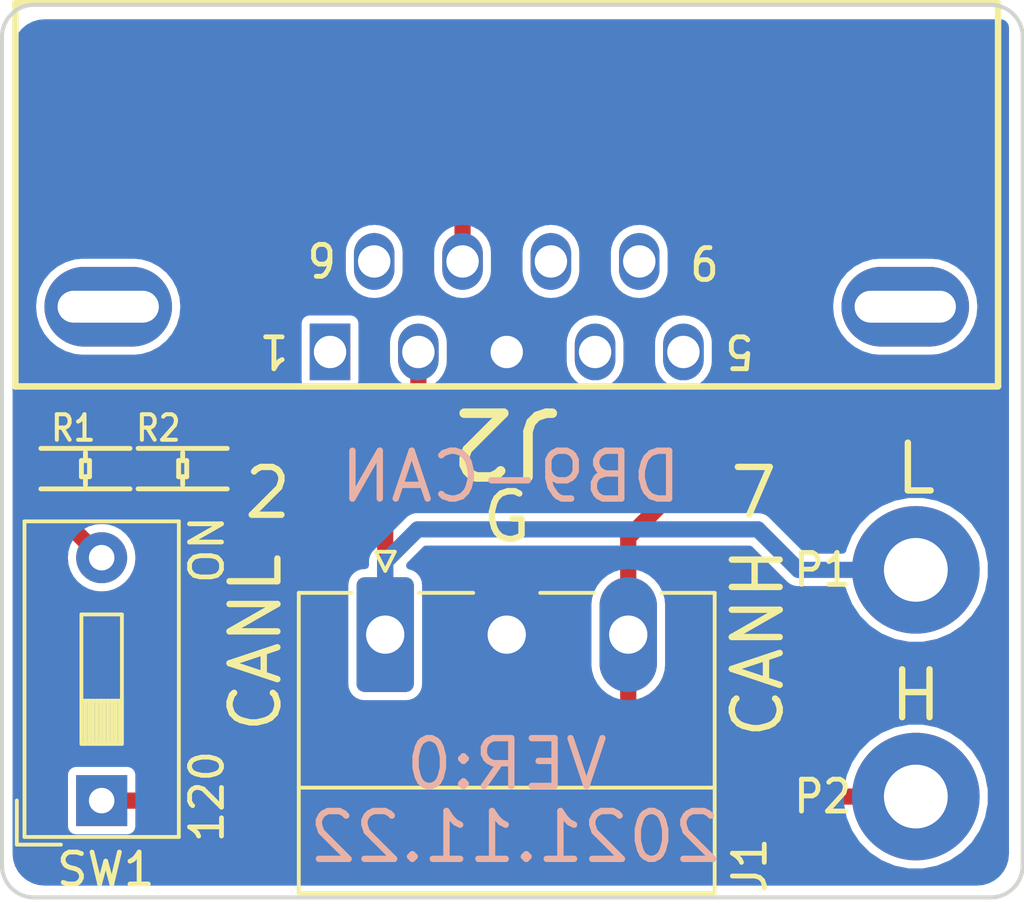
<source format=kicad_pcb>
(kicad_pcb (version 20171130) (host pcbnew "(5.1.4)-1")

  (general
    (thickness 1.6)
    (drawings 20)
    (tracks 28)
    (zones 0)
    (modules 7)
    (nets 6)
  )

  (page A4)
  (layers
    (0 F.Cu signal)
    (31 B.Cu signal)
    (32 B.Adhes user)
    (33 F.Adhes user)
    (34 B.Paste user)
    (35 F.Paste user)
    (36 B.SilkS user)
    (37 F.SilkS user)
    (38 B.Mask user)
    (39 F.Mask user)
    (40 Dwgs.User user)
    (41 Cmts.User user)
    (42 Eco1.User user)
    (43 Eco2.User user)
    (44 Edge.Cuts user)
    (45 Margin user)
    (46 B.CrtYd user)
    (47 F.CrtYd user)
    (48 B.Fab user hide)
    (49 F.Fab user hide)
  )

  (setup
    (last_trace_width 0.508)
    (trace_clearance 0.2032)
    (zone_clearance 0.254)
    (zone_45_only yes)
    (trace_min 0.2)
    (via_size 0.635)
    (via_drill 0.3048)
    (via_min_size 0.4)
    (via_min_drill 0.3)
    (uvia_size 0.3)
    (uvia_drill 0.1)
    (uvias_allowed no)
    (uvia_min_size 0.2)
    (uvia_min_drill 0.1)
    (edge_width 0.05)
    (segment_width 0.2)
    (pcb_text_width 0.3)
    (pcb_text_size 1.5 1.5)
    (mod_edge_width 0.12)
    (mod_text_size 1 1)
    (mod_text_width 0.15)
    (pad_size 1.524 1.524)
    (pad_drill 0.762)
    (pad_to_mask_clearance 0.051)
    (solder_mask_min_width 0.25)
    (aux_axis_origin 0 0)
    (visible_elements 7FFFFFFF)
    (pcbplotparams
      (layerselection 0x010fc_ffffffff)
      (usegerberextensions true)
      (usegerberattributes false)
      (usegerberadvancedattributes false)
      (creategerberjobfile false)
      (excludeedgelayer true)
      (linewidth 0.100000)
      (plotframeref false)
      (viasonmask false)
      (mode 1)
      (useauxorigin false)
      (hpglpennumber 1)
      (hpglpenspeed 20)
      (hpglpendiameter 15.000000)
      (psnegative false)
      (psa4output false)
      (plotreference true)
      (plotvalue true)
      (plotinvisibletext false)
      (padsonsilk false)
      (subtractmaskfromsilk false)
      (outputformat 1)
      (mirror false)
      (drillshape 0)
      (scaleselection 1)
      (outputdirectory "F:/STM32/CAN-DB9/CAN-DB9/Gerber/"))
  )

  (net 0 "")
  (net 1 CANH)
  (net 2 GND)
  (net 3 CANL)
  (net 4 "Net-(R1-Pad2)")
  (net 5 "Net-(R1-Pad1)")

  (net_class Default 这是默认网络类。
    (clearance 0.2032)
    (trace_width 0.508)
    (via_dia 0.635)
    (via_drill 0.3048)
    (uvia_dia 0.3)
    (uvia_drill 0.1)
    (add_net CANH)
    (add_net CANL)
    (add_net GND)
    (add_net "Net-(R1-Pad1)")
    (add_net "Net-(R1-Pad2)")
  )

  (module Lingshi:DB9P-MR_DMR-9S-1 (layer F.Cu) (tedit 61AEAD36) (tstamp 619BED42)
    (at 115.824 69.469 180)
    (descr H12.55/20169879_DMR-9S)
    (path /619A4235)
    (fp_text reference J2 (at 0 -4.25 180 unlocked) (layer F.SilkS)
      (effects (font (size 2 2) (thickness 0.3)))
    )
    (fp_text value DB9_Female_MountingHoles (at 0 4 180 unlocked) (layer F.Fab) hide
      (effects (font (size 1 0.9) (thickness 0.1524)))
    )
    (fp_line (start 15.405 9.52) (end 15.405 -2.5) (layer F.SilkS) (width 0.2032))
    (fp_line (start -15.405 -2.5) (end 15.405 -2.5) (layer F.SilkS) (width 0.2032))
    (fp_line (start -15.405 9.52) (end -15.405 -2.48) (layer F.SilkS) (width 0.2032))
    (fp_line (start -15.405 9.52) (end 15.405 9.52) (layer F.SilkS) (width 0.2032))
    (fp_text user 1 (at 7.3 -1.4 180 unlocked) (layer F.SilkS)
      (effects (font (size 1 0.9) (thickness 0.1524)))
    )
    (fp_text user 5 (at -7.3 -1.4 180 unlocked) (layer F.SilkS)
      (effects (font (size 1 0.9) (thickness 0.1524)))
    )
    (fp_text user 9 (at -6.2 1.4 180 unlocked) (layer F.SilkS)
      (effects (font (size 1 0.9) (thickness 0.1524)))
    )
    (fp_text user 6 (at 5.8 1.5 180 unlocked) (layer F.SilkS)
      (effects (font (size 1 0.9) (thickness 0.1524)))
    )
    (pad 1 thru_hole rect (at 5.54 -1.42 270) (size 1.778 1.27) (drill 1.016) (layers *.Cu *.Mask))
    (pad 6 thru_hole oval (at 4.155 1.42 270) (size 1.778 1.27) (drill 1.016) (layers *.Cu *.Mask))
    (pad 10 thru_hole oval (at 12.495 0 180) (size 4 2.5) (drill oval 3.175 1) (layers *.Cu *.Mask))
    (pad 11 thru_hole oval (at -12.495 0 180) (size 4 2.5) (drill oval 3.175 1) (layers *.Cu *.Mask))
    (pad 2 thru_hole oval (at 2.77 -1.42 270) (size 1.778 1.27) (drill 1.016) (layers *.Cu *.Mask)
      (net 3 CANL))
    (pad 3 thru_hole oval (at 0 -1.42 270) (size 1.778 1.27) (drill 1.016) (layers *.Cu *.Mask)
      (net 2 GND))
    (pad 4 thru_hole oval (at -2.77 -1.42 270) (size 1.778 1.27) (drill 1.016) (layers *.Cu *.Mask))
    (pad 5 thru_hole oval (at -5.54 -1.42 270) (size 1.778 1.27) (drill 1.016) (layers *.Cu *.Mask))
    (pad 7 thru_hole oval (at 1.385 1.42 270) (size 1.778 1.27) (drill 1.016) (layers *.Cu *.Mask)
      (net 1 CANH))
    (pad 8 thru_hole oval (at -1.385 1.42 270) (size 1.778 1.27) (drill 1.016) (layers *.Cu *.Mask))
    (pad 9 thru_hole oval (at -4.155 1.42 270) (size 1.778 1.27) (drill 1.016) (layers *.Cu *.Mask))
  )

  (module Button_Switch_THT:SW_DIP_SPSTx01_Slide_9.78x4.72mm_W7.62mm_P2.54mm (layer F.Cu) (tedit 5A4E1404) (tstamp 619BED9F)
    (at 103.124 84.963 90)
    (descr "1x-dip-switch SPST , Slide, row spacing 7.62 mm (300 mils), body size 9.78x4.72mm (see e.g. https://www.ctscorp.com/wp-content/uploads/206-208.pdf)")
    (tags "DIP Switch SPST Slide 7.62mm 300mil")
    (path /619BCBF9)
    (fp_text reference SW1 (at -2.159 0.127) (layer F.SilkS)
      (effects (font (size 1 1) (thickness 0.15)))
    )
    (fp_text value SW_DIP_x01 (at 3.81 3.42 90) (layer F.Fab)
      (effects (font (size 1 1) (thickness 0.15)))
    )
    (fp_text user on (at 5.365 -1.4975 90) (layer F.Fab)
      (effects (font (size 0.6 0.6) (thickness 0.09)))
    )
    (fp_text user %R (at 7.27 0) (layer F.Fab)
      (effects (font (size 0.6 0.6) (thickness 0.09)))
    )
    (fp_line (start 8.95 -2.7) (end -1.35 -2.7) (layer F.CrtYd) (width 0.05))
    (fp_line (start 8.95 2.7) (end 8.95 -2.7) (layer F.CrtYd) (width 0.05))
    (fp_line (start -1.35 2.7) (end 8.95 2.7) (layer F.CrtYd) (width 0.05))
    (fp_line (start -1.35 -2.7) (end -1.35 2.7) (layer F.CrtYd) (width 0.05))
    (fp_line (start 3.133333 -0.635) (end 3.133333 0.635) (layer F.SilkS) (width 0.12))
    (fp_line (start 1.78 0.565) (end 3.133333 0.565) (layer F.SilkS) (width 0.12))
    (fp_line (start 1.78 0.445) (end 3.133333 0.445) (layer F.SilkS) (width 0.12))
    (fp_line (start 1.78 0.325) (end 3.133333 0.325) (layer F.SilkS) (width 0.12))
    (fp_line (start 1.78 0.205) (end 3.133333 0.205) (layer F.SilkS) (width 0.12))
    (fp_line (start 1.78 0.085) (end 3.133333 0.085) (layer F.SilkS) (width 0.12))
    (fp_line (start 1.78 -0.035) (end 3.133333 -0.035) (layer F.SilkS) (width 0.12))
    (fp_line (start 1.78 -0.155) (end 3.133333 -0.155) (layer F.SilkS) (width 0.12))
    (fp_line (start 1.78 -0.275) (end 3.133333 -0.275) (layer F.SilkS) (width 0.12))
    (fp_line (start 1.78 -0.395) (end 3.133333 -0.395) (layer F.SilkS) (width 0.12))
    (fp_line (start 1.78 -0.515) (end 3.133333 -0.515) (layer F.SilkS) (width 0.12))
    (fp_line (start 5.84 -0.635) (end 1.78 -0.635) (layer F.SilkS) (width 0.12))
    (fp_line (start 5.84 0.635) (end 5.84 -0.635) (layer F.SilkS) (width 0.12))
    (fp_line (start 1.78 0.635) (end 5.84 0.635) (layer F.SilkS) (width 0.12))
    (fp_line (start 1.78 -0.635) (end 1.78 0.635) (layer F.SilkS) (width 0.12))
    (fp_line (start -1.38 -2.66) (end -1.38 -1.277) (layer F.SilkS) (width 0.12))
    (fp_line (start -1.38 -2.66) (end 0.004 -2.66) (layer F.SilkS) (width 0.12))
    (fp_line (start 8.76 -2.42) (end 8.76 2.42) (layer F.SilkS) (width 0.12))
    (fp_line (start -1.14 -2.42) (end -1.14 2.42) (layer F.SilkS) (width 0.12))
    (fp_line (start -1.14 2.42) (end 8.76 2.42) (layer F.SilkS) (width 0.12))
    (fp_line (start -1.14 -2.42) (end 8.76 -2.42) (layer F.SilkS) (width 0.12))
    (fp_line (start 3.133333 -0.635) (end 3.133333 0.635) (layer F.Fab) (width 0.1))
    (fp_line (start 1.78 0.565) (end 3.133333 0.565) (layer F.Fab) (width 0.1))
    (fp_line (start 1.78 0.465) (end 3.133333 0.465) (layer F.Fab) (width 0.1))
    (fp_line (start 1.78 0.365) (end 3.133333 0.365) (layer F.Fab) (width 0.1))
    (fp_line (start 1.78 0.265) (end 3.133333 0.265) (layer F.Fab) (width 0.1))
    (fp_line (start 1.78 0.165) (end 3.133333 0.165) (layer F.Fab) (width 0.1))
    (fp_line (start 1.78 0.065) (end 3.133333 0.065) (layer F.Fab) (width 0.1))
    (fp_line (start 1.78 -0.035) (end 3.133333 -0.035) (layer F.Fab) (width 0.1))
    (fp_line (start 1.78 -0.135) (end 3.133333 -0.135) (layer F.Fab) (width 0.1))
    (fp_line (start 1.78 -0.235) (end 3.133333 -0.235) (layer F.Fab) (width 0.1))
    (fp_line (start 1.78 -0.335) (end 3.133333 -0.335) (layer F.Fab) (width 0.1))
    (fp_line (start 1.78 -0.435) (end 3.133333 -0.435) (layer F.Fab) (width 0.1))
    (fp_line (start 1.78 -0.535) (end 3.133333 -0.535) (layer F.Fab) (width 0.1))
    (fp_line (start 5.84 -0.635) (end 1.78 -0.635) (layer F.Fab) (width 0.1))
    (fp_line (start 5.84 0.635) (end 5.84 -0.635) (layer F.Fab) (width 0.1))
    (fp_line (start 1.78 0.635) (end 5.84 0.635) (layer F.Fab) (width 0.1))
    (fp_line (start 1.78 -0.635) (end 1.78 0.635) (layer F.Fab) (width 0.1))
    (fp_line (start -1.08 -1.36) (end -0.08 -2.36) (layer F.Fab) (width 0.1))
    (fp_line (start -1.08 2.36) (end -1.08 -1.36) (layer F.Fab) (width 0.1))
    (fp_line (start 8.7 2.36) (end -1.08 2.36) (layer F.Fab) (width 0.1))
    (fp_line (start 8.7 -2.36) (end 8.7 2.36) (layer F.Fab) (width 0.1))
    (fp_line (start -0.08 -2.36) (end 8.7 -2.36) (layer F.Fab) (width 0.1))
    (pad 2 thru_hole oval (at 7.62 0 90) (size 1.6 1.6) (drill 0.8) (layers *.Cu *.Mask)
      (net 5 "Net-(R1-Pad1)"))
    (pad 1 thru_hole rect (at 0 0 90) (size 1.6 1.6) (drill 0.8) (layers *.Cu *.Mask)
      (net 1 CANH))
    (model ${KISYS3DMOD}/Button_Switch_THT.3dshapes/SW_DIP_SPSTx01_Slide_9.78x4.72mm_W7.62mm_P2.54mm.wrl
      (at (xyz 0 0 0))
      (scale (xyz 1 1 1))
      (rotate (xyz 0 0 90))
    )
  )

  (module vtlib:SR0603 (layer F.Cu) (tedit 60962748) (tstamp 619BED68)
    (at 105.664 74.549)
    (path /619BC3A1)
    (attr smd)
    (fp_text reference R2 (at -0.762 -1.27 unlocked) (layer F.SilkS)
      (effects (font (size 0.8 0.7) (thickness 0.127)))
    )
    (fp_text value 13199827,62Ω,1%,0603-Car (at 0 -1.5 unlocked) (layer F.Fab) hide
      (effects (font (size 0.8 0.7) (thickness 0.127)))
    )
    (fp_line (start 0 -0.254) (end 0 -0.508) (layer F.SilkS) (width 0.1524))
    (fp_line (start -1.397 0.635) (end 1.397 0.635) (layer F.SilkS) (width 0.1524))
    (fp_line (start -0.127 -0.254) (end 0.127 -0.254) (layer F.SilkS) (width 0.1524))
    (fp_line (start 0.127 0.254) (end 0.127 -0.254) (layer F.SilkS) (width 0.1524))
    (fp_line (start -0.127 0.254) (end -0.127 -0.254) (layer F.SilkS) (width 0.1524))
    (fp_line (start -0.127 0.254) (end 0.127 0.254) (layer F.SilkS) (width 0.1524))
    (fp_line (start -1.397 -0.635) (end 1.397 -0.635) (layer F.SilkS) (width 0.1524))
    (fp_line (start 0 0.508) (end 0 0.254) (layer F.SilkS) (width 0.1524))
    (pad 2 smd rect (at 0.762 0 90) (size 0.8128 0.762) (layers F.Cu F.Paste F.Mask)
      (net 3 CANL))
    (pad 1 smd rect (at -0.762 0 90) (size 0.8128 0.762) (layers F.Cu F.Paste F.Mask)
      (net 4 "Net-(R1-Pad2)"))
    (model ${KISYS3DMOD}/Capacitor_SMD.3dshapes/C_0603_1608Metric.wrl
      (at (xyz 0 0 0))
      (scale (xyz 1 1 1))
      (rotate (xyz 0 0 0))
    )
  )

  (module vtlib:SR0603 (layer F.Cu) (tedit 60962748) (tstamp 619BF1EA)
    (at 102.616 74.549)
    (path /619BAFA2)
    (attr smd)
    (fp_text reference R1 (at -0.381 -1.27 unlocked) (layer F.SilkS)
      (effects (font (size 0.8 0.7) (thickness 0.127)))
    )
    (fp_text value 13199827,62Ω,1%,0603-Car (at 0 -1.5 unlocked) (layer F.Fab) hide
      (effects (font (size 0.8 0.7) (thickness 0.127)))
    )
    (fp_line (start 0 -0.254) (end 0 -0.508) (layer F.SilkS) (width 0.1524))
    (fp_line (start -1.397 0.635) (end 1.397 0.635) (layer F.SilkS) (width 0.1524))
    (fp_line (start -0.127 -0.254) (end 0.127 -0.254) (layer F.SilkS) (width 0.1524))
    (fp_line (start 0.127 0.254) (end 0.127 -0.254) (layer F.SilkS) (width 0.1524))
    (fp_line (start -0.127 0.254) (end -0.127 -0.254) (layer F.SilkS) (width 0.1524))
    (fp_line (start -0.127 0.254) (end 0.127 0.254) (layer F.SilkS) (width 0.1524))
    (fp_line (start -1.397 -0.635) (end 1.397 -0.635) (layer F.SilkS) (width 0.1524))
    (fp_line (start 0 0.508) (end 0 0.254) (layer F.SilkS) (width 0.1524))
    (pad 2 smd rect (at 0.762 0 90) (size 0.8128 0.762) (layers F.Cu F.Paste F.Mask)
      (net 4 "Net-(R1-Pad2)"))
    (pad 1 smd rect (at -0.762 0 90) (size 0.8128 0.762) (layers F.Cu F.Paste F.Mask)
      (net 5 "Net-(R1-Pad1)"))
    (model ${KISYS3DMOD}/Capacitor_SMD.3dshapes/C_0603_1608Metric.wrl
      (at (xyz 0 0 0))
      (scale (xyz 1 1 1))
      (rotate (xyz 0 0 0))
    )
  )

  (module Lingshi:HOLE2-4 (layer F.Cu) (tedit 619B7301) (tstamp 619BED4C)
    (at 128.651 84.836)
    (path /619B8456)
    (fp_text reference P2 (at -2.921 0 unlocked) (layer F.SilkS)
      (effects (font (size 1 0.9) (thickness 0.1524)))
    )
    (fp_text value P (at 0 -4.953 unlocked) (layer F.Fab) hide
      (effects (font (size 1 0.9) (thickness 0.1524)))
    )
    (pad 1 thru_hole circle (at 0 0) (size 4 4) (drill 2) (layers *.Cu *.Mask)
      (net 1 CANH))
  )

  (module Lingshi:HOLE2-4 (layer F.Cu) (tedit 619B7301) (tstamp 619BED47)
    (at 128.651 77.724)
    (path /619B75A1)
    (fp_text reference P1 (at -2.921 0 unlocked) (layer F.SilkS)
      (effects (font (size 1 0.9) (thickness 0.1524)))
    )
    (fp_text value P (at 0 -4.953 unlocked) (layer F.Fab) hide
      (effects (font (size 1 0.9) (thickness 0.1524)))
    )
    (pad 1 thru_hole circle (at 0 0) (size 4 4) (drill 2) (layers *.Cu *.Mask)
      (net 3 CANL))
  )

  (module Connector_Phoenix_MC:PhoenixContact_MC_1,5_3-G-3.81_1x03_P3.81mm_Horizontal (layer F.Cu) (tedit 5B784ED1) (tstamp 619BED2A)
    (at 112.014 79.756)
    (descr "Generic Phoenix Contact connector footprint for: MC_1,5/3-G-3.81; number of pins: 03; pin pitch: 3.81mm; Angled || order number: 1803280 8A 160V")
    (tags "phoenix_contact connector MC_01x03_G_3.81mm")
    (path /619A8CBE)
    (fp_text reference J1 (at 11.43 7.239 90) (layer F.SilkS)
      (effects (font (size 1 1) (thickness 0.15)))
    )
    (fp_text value Conn_01x03 (at 3.81 9.2) (layer F.Fab)
      (effects (font (size 1 1) (thickness 0.15)))
    )
    (fp_text user %R (at 3.81 -0.5) (layer F.Fab)
      (effects (font (size 1 1) (thickness 0.15)))
    )
    (fp_line (start 0 0) (end -0.8 -1.2) (layer F.Fab) (width 0.1))
    (fp_line (start 0.8 -1.2) (end 0 0) (layer F.Fab) (width 0.1))
    (fp_line (start -0.3 -2.6) (end 0.3 -2.6) (layer F.SilkS) (width 0.12))
    (fp_line (start 0 -2) (end -0.3 -2.6) (layer F.SilkS) (width 0.12))
    (fp_line (start 0.3 -2.6) (end 0 -2) (layer F.SilkS) (width 0.12))
    (fp_line (start 10.72 -2.3) (end -3.21 -2.3) (layer F.CrtYd) (width 0.05))
    (fp_line (start 10.72 8.5) (end 10.72 -2.3) (layer F.CrtYd) (width 0.05))
    (fp_line (start -3.21 8.5) (end 10.72 8.5) (layer F.CrtYd) (width 0.05))
    (fp_line (start -3.21 -2.3) (end -3.21 8.5) (layer F.CrtYd) (width 0.05))
    (fp_line (start -2.71 4.8) (end 10.33 4.8) (layer F.SilkS) (width 0.12))
    (fp_line (start 10.22 -1.2) (end -2.6 -1.2) (layer F.Fab) (width 0.1))
    (fp_line (start 10.22 8) (end 10.22 -1.2) (layer F.Fab) (width 0.1))
    (fp_line (start -2.6 8) (end 10.22 8) (layer F.Fab) (width 0.1))
    (fp_line (start -2.6 -1.2) (end -2.6 8) (layer F.Fab) (width 0.1))
    (fp_line (start 4.86 -1.31) (end 6.57 -1.31) (layer F.SilkS) (width 0.12))
    (fp_line (start 1.05 -1.31) (end 2.76 -1.31) (layer F.SilkS) (width 0.12))
    (fp_line (start 10.33 -1.31) (end 8.67 -1.31) (layer F.SilkS) (width 0.12))
    (fp_line (start -2.71 -1.31) (end -1.05 -1.31) (layer F.SilkS) (width 0.12))
    (fp_line (start 10.33 8.11) (end 10.33 -1.31) (layer F.SilkS) (width 0.12))
    (fp_line (start -2.71 8.11) (end 10.33 8.11) (layer F.SilkS) (width 0.12))
    (fp_line (start -2.71 -1.31) (end -2.71 8.11) (layer F.SilkS) (width 0.12))
    (pad 3 thru_hole oval (at 7.62 0) (size 1.8 3.6) (drill 1.2) (layers *.Cu *.Mask)
      (net 1 CANH))
    (pad 2 thru_hole oval (at 3.81 0) (size 1.8 3.6) (drill 1.2) (layers *.Cu *.Mask)
      (net 2 GND))
    (pad 1 thru_hole roundrect (at 0 0) (size 1.8 3.6) (drill 1.2) (layers *.Cu *.Mask) (roundrect_rratio 0.138889)
      (net 3 CANL))
    (model ${KISYS3DMOD}/Connector_Phoenix_MC.3dshapes/PhoenixContact_MC_1,5_3-G-3.81_1x03_P3.81mm_Horizontal.wrl
      (at (xyz 0 0 0))
      (scale (xyz 1 1 1))
      (rotate (xyz 0 0 0))
    )
  )

  (gr_text 2021.11.22 (at 116.078 86.106) (layer B.SilkS) (tstamp 619B91C9)
    (effects (font (size 1.5 1.5) (thickness 0.2)) (justify mirror))
  )
  (gr_text VER:0 (at 115.824 83.82) (layer B.SilkS) (tstamp 619B91B4)
    (effects (font (size 1.5 1.5) (thickness 0.2)) (justify mirror))
  )
  (gr_text DB9-CAN (at 115.951 74.803) (layer B.SilkS)
    (effects (font (size 1.5 1.5) (thickness 0.2)) (justify mirror))
  )
  (gr_text H (at 128.651 81.661) (layer F.SilkS) (tstamp 619B90EC)
    (effects (font (size 1.5 1.5) (thickness 0.2)))
  )
  (gr_text L (at 128.651 74.549) (layer F.SilkS) (tstamp 619B90E2)
    (effects (font (size 1.5 1.5) (thickness 0.2)))
  )
  (gr_text 7 (at 123.571 75.311) (layer F.SilkS) (tstamp 619B90D4)
    (effects (font (size 1.5 1.5) (thickness 0.2)))
  )
  (gr_text 2 (at 108.331 75.311) (layer F.SilkS) (tstamp 619B90C8)
    (effects (font (size 1.5 1.5) (thickness 0.2)))
  )
  (gr_text G (at 115.824 76.073) (layer F.SilkS) (tstamp 619B90BE)
    (effects (font (size 1.5 1.5) (thickness 0.2)))
  )
  (gr_text "120\n" (at 106.426 84.836 90) (layer F.SilkS) (tstamp 619B90B5)
    (effects (font (size 1 1) (thickness 0.15)))
  )
  (gr_text ON (at 106.426 77.089 90) (layer F.SilkS) (tstamp 619B90AE)
    (effects (font (size 1 1) (thickness 0.15)))
  )
  (gr_text CANH (at 123.698 80.01 90) (layer F.SilkS) (tstamp 619B90A5)
    (effects (font (size 1.5 1.5) (thickness 0.2)))
  )
  (gr_text CANL (at 107.95 80.01 90) (layer F.SilkS)
    (effects (font (size 1.5 1.5) (thickness 0.2)))
  )
  (gr_arc (start 131 61) (end 132 61) (angle -90) (layer Edge.Cuts) (width 0.127) (tstamp 619B8E6C))
  (gr_arc (start 131 87) (end 131 88) (angle -90) (layer Edge.Cuts) (width 0.127) (tstamp 619B8E68))
  (gr_arc (start 101 87) (end 100 87) (angle -90) (layer Edge.Cuts) (width 0.127) (tstamp 619B8E64))
  (gr_line (start 132 87) (end 132 61) (layer Edge.Cuts) (width 0.127) (tstamp 619B8E4F))
  (gr_line (start 100 87) (end 100 61) (layer Edge.Cuts) (width 0.127) (tstamp 619B8E34))
  (gr_line (start 101 88) (end 131 88) (layer Edge.Cuts) (width 0.127) (tstamp 619B8E1C))
  (gr_arc (start 101 61) (end 101 60) (angle -90) (layer Edge.Cuts) (width 0.127))
  (gr_line (start 101 60) (end 131 60) (layer Edge.Cuts) (width 0.127))

  (segment (start 103.124 84.963) (end 118.618 84.963) (width 0.508) (layer F.Cu) (net 1))
  (segment (start 119.634 83.947) (end 119.634 79.756) (width 0.508) (layer F.Cu) (net 1))
  (segment (start 118.618 84.963) (end 119.634 83.947) (width 0.508) (layer F.Cu) (net 1))
  (segment (start 122.809 83.947) (end 119.634 83.947) (width 0.508) (layer F.Cu) (net 1))
  (segment (start 128.651 84.836) (end 123.698 84.836) (width 0.508) (layer F.Cu) (net 1))
  (segment (start 123.698 84.836) (end 122.809 83.947) (width 0.508) (layer F.Cu) (net 1))
  (segment (start 119.634 76.708) (end 119.634 79.756) (width 0.508) (layer F.Cu) (net 1))
  (segment (start 123.063 73.279) (end 119.634 76.708) (width 0.508) (layer F.Cu) (net 1))
  (segment (start 123.063 67.945) (end 123.063 73.279) (width 0.508) (layer F.Cu) (net 1))
  (segment (start 114.439 68.049) (end 114.439 66.779) (width 0.508) (layer F.Cu) (net 1))
  (segment (start 114.439 66.779) (end 114.427 66.767) (width 0.508) (layer F.Cu) (net 1))
  (segment (start 114.427 66.767) (end 114.427 65.659) (width 0.508) (layer F.Cu) (net 1))
  (segment (start 114.427 65.659) (end 115.189 64.897) (width 0.508) (layer F.Cu) (net 1))
  (segment (start 115.189 64.897) (end 120.015 64.897) (width 0.508) (layer F.Cu) (net 1))
  (segment (start 120.015 64.897) (end 123.063 67.945) (width 0.508) (layer F.Cu) (net 1))
  (segment (start 113.054 73.128) (end 113.054 70.889) (width 0.508) (layer F.Cu) (net 3))
  (segment (start 106.426 74.549) (end 111.633 74.549) (width 0.508) (layer F.Cu) (net 3))
  (segment (start 111.633 74.549) (end 113.054 73.128) (width 0.508) (layer F.Cu) (net 3))
  (segment (start 112.014 74.93) (end 111.633 74.549) (width 0.508) (layer F.Cu) (net 3))
  (segment (start 112.014 79.756) (end 112.014 74.93) (width 0.508) (layer F.Cu) (net 3))
  (segment (start 112.014 77.47) (end 112.014 79.756) (width 0.508) (layer B.Cu) (net 3))
  (segment (start 113.03 76.454) (end 112.014 77.47) (width 0.508) (layer B.Cu) (net 3))
  (segment (start 123.698 76.454) (end 113.03 76.454) (width 0.508) (layer B.Cu) (net 3))
  (segment (start 128.651 77.724) (end 124.968 77.724) (width 0.508) (layer B.Cu) (net 3))
  (segment (start 124.968 77.724) (end 123.698 76.454) (width 0.508) (layer B.Cu) (net 3))
  (segment (start 103.378 74.549) (end 104.902 74.549) (width 0.508) (layer F.Cu) (net 4))
  (segment (start 103.124 77.343) (end 101.854 76.073) (width 0.508) (layer F.Cu) (net 5))
  (segment (start 101.854 76.073) (end 101.854 74.549) (width 0.508) (layer F.Cu) (net 5))

  (zone (net 2) (net_name GND) (layer B.Cu) (tstamp 619BEB9B) (hatch edge 0.508)
    (connect_pads yes (clearance 0.254))
    (min_thickness 0.254)
    (fill yes (arc_segments 32) (thermal_gap 0.508) (thermal_bridge_width 0.508) (smoothing fillet) (radius 1))
    (polygon
      (pts
        (xy 131.064 60.452) (xy 100.33 60.452) (xy 100.33 87.63) (xy 131.572 87.63) (xy 131.572 60.452)
      )
    )
    (filled_polygon
      (pts
        (xy 131.365649 60.590967) (xy 131.388834 60.606459) (xy 131.389921 60.607345) (xy 131.433323 60.659808) (xy 131.445 60.71851)
        (xy 131.445 86.623766) (xy 131.427624 86.800189) (xy 131.377978 86.96385) (xy 131.297362 87.114672) (xy 131.18887 87.24687)
        (xy 131.056672 87.355362) (xy 130.90585 87.435978) (xy 130.742189 87.485624) (xy 130.565766 87.503) (xy 101.336234 87.503)
        (xy 101.159811 87.485624) (xy 100.99615 87.435978) (xy 100.845328 87.355362) (xy 100.71313 87.24687) (xy 100.604638 87.114672)
        (xy 100.524022 86.96385) (xy 100.474376 86.800189) (xy 100.457 86.623766) (xy 100.457 84.163) (xy 101.941157 84.163)
        (xy 101.941157 85.763) (xy 101.948513 85.837689) (xy 101.970299 85.909508) (xy 102.005678 85.975696) (xy 102.053289 86.033711)
        (xy 102.111304 86.081322) (xy 102.177492 86.116701) (xy 102.249311 86.138487) (xy 102.324 86.145843) (xy 103.924 86.145843)
        (xy 103.998689 86.138487) (xy 104.070508 86.116701) (xy 104.136696 86.081322) (xy 104.194711 86.033711) (xy 104.242322 85.975696)
        (xy 104.277701 85.909508) (xy 104.299487 85.837689) (xy 104.306843 85.763) (xy 104.306843 84.601492) (xy 126.27 84.601492)
        (xy 126.27 85.070508) (xy 126.3615 85.530512) (xy 126.540985 85.963827) (xy 126.801556 86.353799) (xy 127.133201 86.685444)
        (xy 127.523173 86.946015) (xy 127.956488 87.1255) (xy 128.416492 87.217) (xy 128.885508 87.217) (xy 129.345512 87.1255)
        (xy 129.778827 86.946015) (xy 130.168799 86.685444) (xy 130.500444 86.353799) (xy 130.761015 85.963827) (xy 130.9405 85.530512)
        (xy 131.032 85.070508) (xy 131.032 84.601492) (xy 130.9405 84.141488) (xy 130.761015 83.708173) (xy 130.500444 83.318201)
        (xy 130.168799 82.986556) (xy 129.778827 82.725985) (xy 129.345512 82.5465) (xy 128.885508 82.455) (xy 128.416492 82.455)
        (xy 127.956488 82.5465) (xy 127.523173 82.725985) (xy 127.133201 82.986556) (xy 126.801556 83.318201) (xy 126.540985 83.708173)
        (xy 126.3615 84.141488) (xy 126.27 84.601492) (xy 104.306843 84.601492) (xy 104.306843 84.163) (xy 104.299487 84.088311)
        (xy 104.277701 84.016492) (xy 104.242322 83.950304) (xy 104.194711 83.892289) (xy 104.136696 83.844678) (xy 104.070508 83.809299)
        (xy 103.998689 83.787513) (xy 103.924 83.780157) (xy 102.324 83.780157) (xy 102.249311 83.787513) (xy 102.177492 83.809299)
        (xy 102.111304 83.844678) (xy 102.053289 83.892289) (xy 102.005678 83.950304) (xy 101.970299 84.016492) (xy 101.948513 84.088311)
        (xy 101.941157 84.163) (xy 100.457 84.163) (xy 100.457 77.343) (xy 101.937286 77.343) (xy 101.960088 77.574516)
        (xy 102.027619 77.797136) (xy 102.137283 78.002303) (xy 102.284866 78.182134) (xy 102.464697 78.329717) (xy 102.669864 78.439381)
        (xy 102.892484 78.506912) (xy 103.065984 78.524) (xy 103.182016 78.524) (xy 103.355516 78.506912) (xy 103.578136 78.439381)
        (xy 103.783303 78.329717) (xy 103.934053 78.206) (xy 110.731157 78.206) (xy 110.731157 81.306) (xy 110.743317 81.429462)
        (xy 110.779329 81.548179) (xy 110.83781 81.657589) (xy 110.916512 81.753488) (xy 111.012411 81.83219) (xy 111.121821 81.890671)
        (xy 111.240538 81.926683) (xy 111.364 81.938843) (xy 112.664 81.938843) (xy 112.787462 81.926683) (xy 112.906179 81.890671)
        (xy 113.015589 81.83219) (xy 113.111488 81.753488) (xy 113.19019 81.657589) (xy 113.248671 81.548179) (xy 113.284683 81.429462)
        (xy 113.296843 81.306) (xy 113.296843 78.793071) (xy 118.353 78.793071) (xy 118.353 80.71893) (xy 118.371536 80.90712)
        (xy 118.444785 81.148589) (xy 118.563735 81.371129) (xy 118.723815 81.566186) (xy 118.918872 81.726266) (xy 119.141412 81.845216)
        (xy 119.382881 81.918465) (xy 119.634 81.943198) (xy 119.88512 81.918465) (xy 120.126589 81.845216) (xy 120.349129 81.726266)
        (xy 120.544186 81.566186) (xy 120.704266 81.371129) (xy 120.823216 81.148589) (xy 120.896465 80.90712) (xy 120.915 80.71893)
        (xy 120.915 78.79307) (xy 120.896465 78.60488) (xy 120.823216 78.363411) (xy 120.704266 78.140871) (xy 120.544186 77.945814)
        (xy 120.349128 77.785734) (xy 120.126588 77.666784) (xy 119.885119 77.593535) (xy 119.634 77.568802) (xy 119.38288 77.593535)
        (xy 119.141411 77.666784) (xy 118.918871 77.785734) (xy 118.723814 77.945814) (xy 118.563734 78.140872) (xy 118.444784 78.363412)
        (xy 118.371535 78.604881) (xy 118.353 78.793071) (xy 113.296843 78.793071) (xy 113.296843 78.206) (xy 113.284683 78.082538)
        (xy 113.248671 77.963821) (xy 113.19019 77.854411) (xy 113.111488 77.758512) (xy 113.015589 77.67981) (xy 112.906179 77.621329)
        (xy 112.794556 77.587469) (xy 113.293025 77.089) (xy 123.434976 77.089) (xy 124.49693 78.150955) (xy 124.516815 78.175185)
        (xy 124.541043 78.195068) (xy 124.613505 78.254537) (xy 124.72382 78.313502) (xy 124.843518 78.349812) (xy 124.936808 78.359)
        (xy 124.936818 78.359) (xy 124.967999 78.362071) (xy 124.99918 78.359) (xy 126.349662 78.359) (xy 126.3615 78.418512)
        (xy 126.540985 78.851827) (xy 126.801556 79.241799) (xy 127.133201 79.573444) (xy 127.523173 79.834015) (xy 127.956488 80.0135)
        (xy 128.416492 80.105) (xy 128.885508 80.105) (xy 129.345512 80.0135) (xy 129.778827 79.834015) (xy 130.168799 79.573444)
        (xy 130.500444 79.241799) (xy 130.761015 78.851827) (xy 130.9405 78.418512) (xy 131.032 77.958508) (xy 131.032 77.489492)
        (xy 130.9405 77.029488) (xy 130.761015 76.596173) (xy 130.500444 76.206201) (xy 130.168799 75.874556) (xy 129.778827 75.613985)
        (xy 129.345512 75.4345) (xy 128.885508 75.343) (xy 128.416492 75.343) (xy 127.956488 75.4345) (xy 127.523173 75.613985)
        (xy 127.133201 75.874556) (xy 126.801556 76.206201) (xy 126.540985 76.596173) (xy 126.3615 77.029488) (xy 126.349662 77.089)
        (xy 125.231025 77.089) (xy 124.169074 76.02705) (xy 124.149185 76.002815) (xy 124.052494 75.923463) (xy 123.94218 75.864498)
        (xy 123.822482 75.828188) (xy 123.729192 75.819) (xy 123.729181 75.819) (xy 123.698 75.815929) (xy 123.666819 75.819)
        (xy 113.061181 75.819) (xy 113.03 75.815929) (xy 112.998819 75.819) (xy 112.998808 75.819) (xy 112.905518 75.828188)
        (xy 112.78582 75.864498) (xy 112.675506 75.923463) (xy 112.578815 76.002815) (xy 112.55893 76.027045) (xy 111.58705 76.998926)
        (xy 111.562815 77.018815) (xy 111.483463 77.115507) (xy 111.424498 77.225821) (xy 111.388188 77.345519) (xy 111.379 77.438809)
        (xy 111.379 77.438819) (xy 111.375929 77.47) (xy 111.379 77.501181) (xy 111.379 77.573157) (xy 111.364 77.573157)
        (xy 111.240538 77.585317) (xy 111.121821 77.621329) (xy 111.012411 77.67981) (xy 110.916512 77.758512) (xy 110.83781 77.854411)
        (xy 110.779329 77.963821) (xy 110.743317 78.082538) (xy 110.731157 78.206) (xy 103.934053 78.206) (xy 103.963134 78.182134)
        (xy 104.110717 78.002303) (xy 104.220381 77.797136) (xy 104.287912 77.574516) (xy 104.310714 77.343) (xy 104.287912 77.111484)
        (xy 104.220381 76.888864) (xy 104.110717 76.683697) (xy 103.963134 76.503866) (xy 103.783303 76.356283) (xy 103.578136 76.246619)
        (xy 103.355516 76.179088) (xy 103.182016 76.162) (xy 103.065984 76.162) (xy 102.892484 76.179088) (xy 102.669864 76.246619)
        (xy 102.464697 76.356283) (xy 102.284866 76.503866) (xy 102.137283 76.683697) (xy 102.027619 76.888864) (xy 101.960088 77.111484)
        (xy 101.937286 77.343) (xy 100.457 77.343) (xy 100.457 69.469) (xy 100.940109 69.469) (xy 100.9716 69.788732)
        (xy 101.064862 70.096176) (xy 101.216312 70.379519) (xy 101.420129 70.627871) (xy 101.668481 70.831688) (xy 101.951824 70.983138)
        (xy 102.259268 71.0764) (xy 102.498882 71.1) (xy 104.159118 71.1) (xy 104.398732 71.0764) (xy 104.706176 70.983138)
        (xy 104.989519 70.831688) (xy 105.237871 70.627871) (xy 105.441688 70.379519) (xy 105.593138 70.096176) (xy 105.622312 70)
        (xy 109.266157 70) (xy 109.266157 71.778) (xy 109.273513 71.852689) (xy 109.295299 71.924508) (xy 109.330678 71.990696)
        (xy 109.378289 72.048711) (xy 109.436304 72.096322) (xy 109.502492 72.131701) (xy 109.574311 72.153487) (xy 109.649 72.160843)
        (xy 110.919 72.160843) (xy 110.993689 72.153487) (xy 111.065508 72.131701) (xy 111.131696 72.096322) (xy 111.189711 72.048711)
        (xy 111.237322 71.990696) (xy 111.272701 71.924508) (xy 111.294487 71.852689) (xy 111.301843 71.778) (xy 111.301843 70.585098)
        (xy 112.038 70.585098) (xy 112.038 71.192901) (xy 112.052702 71.34217) (xy 112.110798 71.533686) (xy 112.20514 71.71019)
        (xy 112.332104 71.864896) (xy 112.48681 71.99186) (xy 112.663313 72.086202) (xy 112.854829 72.144298) (xy 113.054 72.163915)
        (xy 113.25317 72.144298) (xy 113.444686 72.086202) (xy 113.62119 71.99186) (xy 113.775896 71.864896) (xy 113.90286 71.71019)
        (xy 113.997202 71.533687) (xy 114.055298 71.342171) (xy 114.07 71.192902) (xy 114.07 70.585099) (xy 114.07 70.585098)
        (xy 117.578 70.585098) (xy 117.578 71.192901) (xy 117.592702 71.34217) (xy 117.650798 71.533686) (xy 117.74514 71.71019)
        (xy 117.872104 71.864896) (xy 118.02681 71.99186) (xy 118.203313 72.086202) (xy 118.394829 72.144298) (xy 118.594 72.163915)
        (xy 118.79317 72.144298) (xy 118.984686 72.086202) (xy 119.16119 71.99186) (xy 119.315896 71.864896) (xy 119.44286 71.71019)
        (xy 119.537202 71.533687) (xy 119.595298 71.342171) (xy 119.61 71.192902) (xy 119.61 70.585099) (xy 119.61 70.585098)
        (xy 120.348 70.585098) (xy 120.348 71.192901) (xy 120.362702 71.34217) (xy 120.420798 71.533686) (xy 120.51514 71.71019)
        (xy 120.642104 71.864896) (xy 120.79681 71.99186) (xy 120.973313 72.086202) (xy 121.164829 72.144298) (xy 121.364 72.163915)
        (xy 121.56317 72.144298) (xy 121.754686 72.086202) (xy 121.93119 71.99186) (xy 122.085896 71.864896) (xy 122.21286 71.71019)
        (xy 122.307202 71.533687) (xy 122.365298 71.342171) (xy 122.38 71.192902) (xy 122.38 70.585099) (xy 122.365298 70.43583)
        (xy 122.307202 70.244313) (xy 122.21286 70.06781) (xy 122.085896 69.913104) (xy 121.93119 69.78614) (xy 121.754687 69.691798)
        (xy 121.563171 69.633702) (xy 121.364 69.614085) (xy 121.16483 69.633702) (xy 120.973314 69.691798) (xy 120.796811 69.78614)
        (xy 120.642105 69.913104) (xy 120.515141 70.06781) (xy 120.420798 70.244313) (xy 120.362702 70.435829) (xy 120.348 70.585098)
        (xy 119.61 70.585098) (xy 119.595298 70.43583) (xy 119.537202 70.244313) (xy 119.44286 70.06781) (xy 119.315896 69.913104)
        (xy 119.16119 69.78614) (xy 118.984687 69.691798) (xy 118.793171 69.633702) (xy 118.594 69.614085) (xy 118.39483 69.633702)
        (xy 118.203314 69.691798) (xy 118.026811 69.78614) (xy 117.872105 69.913104) (xy 117.745141 70.06781) (xy 117.650798 70.244313)
        (xy 117.592702 70.435829) (xy 117.578 70.585098) (xy 114.07 70.585098) (xy 114.055298 70.43583) (xy 113.997202 70.244313)
        (xy 113.90286 70.06781) (xy 113.775896 69.913104) (xy 113.62119 69.78614) (xy 113.444687 69.691798) (xy 113.253171 69.633702)
        (xy 113.054 69.614085) (xy 112.85483 69.633702) (xy 112.663314 69.691798) (xy 112.486811 69.78614) (xy 112.332105 69.913104)
        (xy 112.205141 70.06781) (xy 112.110798 70.244313) (xy 112.052702 70.435829) (xy 112.038 70.585098) (xy 111.301843 70.585098)
        (xy 111.301843 70) (xy 111.294487 69.925311) (xy 111.272701 69.853492) (xy 111.237322 69.787304) (xy 111.189711 69.729289)
        (xy 111.131696 69.681678) (xy 111.065508 69.646299) (xy 110.993689 69.624513) (xy 110.919 69.617157) (xy 109.649 69.617157)
        (xy 109.574311 69.624513) (xy 109.502492 69.646299) (xy 109.436304 69.681678) (xy 109.378289 69.729289) (xy 109.330678 69.787304)
        (xy 109.295299 69.853492) (xy 109.273513 69.925311) (xy 109.266157 70) (xy 105.622312 70) (xy 105.6864 69.788732)
        (xy 105.717891 69.469) (xy 125.930109 69.469) (xy 125.9616 69.788732) (xy 126.054862 70.096176) (xy 126.206312 70.379519)
        (xy 126.410129 70.627871) (xy 126.658481 70.831688) (xy 126.941824 70.983138) (xy 127.249268 71.0764) (xy 127.488882 71.1)
        (xy 129.149118 71.1) (xy 129.388732 71.0764) (xy 129.696176 70.983138) (xy 129.979519 70.831688) (xy 130.227871 70.627871)
        (xy 130.431688 70.379519) (xy 130.583138 70.096176) (xy 130.6764 69.788732) (xy 130.707891 69.469) (xy 130.6764 69.149268)
        (xy 130.583138 68.841824) (xy 130.431688 68.558481) (xy 130.227871 68.310129) (xy 129.979519 68.106312) (xy 129.696176 67.954862)
        (xy 129.388732 67.8616) (xy 129.149118 67.838) (xy 127.488882 67.838) (xy 127.249268 67.8616) (xy 126.941824 67.954862)
        (xy 126.658481 68.106312) (xy 126.410129 68.310129) (xy 126.206312 68.558481) (xy 126.054862 68.841824) (xy 125.9616 69.149268)
        (xy 125.930109 69.469) (xy 105.717891 69.469) (xy 105.6864 69.149268) (xy 105.593138 68.841824) (xy 105.441688 68.558481)
        (xy 105.237871 68.310129) (xy 104.989519 68.106312) (xy 104.706176 67.954862) (xy 104.398732 67.8616) (xy 104.159118 67.838)
        (xy 102.498882 67.838) (xy 102.259268 67.8616) (xy 101.951824 67.954862) (xy 101.668481 68.106312) (xy 101.420129 68.310129)
        (xy 101.216312 68.558481) (xy 101.064862 68.841824) (xy 100.9716 69.149268) (xy 100.940109 69.469) (xy 100.457 69.469)
        (xy 100.457 67.745098) (xy 110.653 67.745098) (xy 110.653 68.352901) (xy 110.667702 68.50217) (xy 110.725798 68.693686)
        (xy 110.82014 68.87019) (xy 110.947104 69.024896) (xy 111.10181 69.15186) (xy 111.278313 69.246202) (xy 111.469829 69.304298)
        (xy 111.669 69.323915) (xy 111.86817 69.304298) (xy 112.059686 69.246202) (xy 112.23619 69.15186) (xy 112.390896 69.024896)
        (xy 112.51786 68.87019) (xy 112.612202 68.693687) (xy 112.670298 68.502171) (xy 112.685 68.352902) (xy 112.685 67.745099)
        (xy 112.685 67.745098) (xy 113.423 67.745098) (xy 113.423 68.352901) (xy 113.437702 68.50217) (xy 113.495798 68.693686)
        (xy 113.59014 68.87019) (xy 113.717104 69.024896) (xy 113.87181 69.15186) (xy 114.048313 69.246202) (xy 114.239829 69.304298)
        (xy 114.439 69.323915) (xy 114.63817 69.304298) (xy 114.829686 69.246202) (xy 115.00619 69.15186) (xy 115.160896 69.024896)
        (xy 115.28786 68.87019) (xy 115.382202 68.693687) (xy 115.440298 68.502171) (xy 115.455 68.352902) (xy 115.455 67.745099)
        (xy 115.455 67.745098) (xy 116.193 67.745098) (xy 116.193 68.352901) (xy 116.207702 68.50217) (xy 116.265798 68.693686)
        (xy 116.36014 68.87019) (xy 116.487104 69.024896) (xy 116.64181 69.15186) (xy 116.818313 69.246202) (xy 117.009829 69.304298)
        (xy 117.209 69.323915) (xy 117.40817 69.304298) (xy 117.599686 69.246202) (xy 117.77619 69.15186) (xy 117.930896 69.024896)
        (xy 118.05786 68.87019) (xy 118.152202 68.693687) (xy 118.210298 68.502171) (xy 118.225 68.352902) (xy 118.225 67.745099)
        (xy 118.225 67.745098) (xy 118.963 67.745098) (xy 118.963 68.352901) (xy 118.977702 68.50217) (xy 119.035798 68.693686)
        (xy 119.13014 68.87019) (xy 119.257104 69.024896) (xy 119.41181 69.15186) (xy 119.588313 69.246202) (xy 119.779829 69.304298)
        (xy 119.979 69.323915) (xy 120.17817 69.304298) (xy 120.369686 69.246202) (xy 120.54619 69.15186) (xy 120.700896 69.024896)
        (xy 120.82786 68.87019) (xy 120.922202 68.693687) (xy 120.980298 68.502171) (xy 120.995 68.352902) (xy 120.995 67.745099)
        (xy 120.980298 67.59583) (xy 120.922202 67.404313) (xy 120.82786 67.22781) (xy 120.700896 67.073104) (xy 120.54619 66.94614)
        (xy 120.369687 66.851798) (xy 120.178171 66.793702) (xy 119.979 66.774085) (xy 119.77983 66.793702) (xy 119.588314 66.851798)
        (xy 119.411811 66.94614) (xy 119.257105 67.073104) (xy 119.130141 67.22781) (xy 119.035798 67.404313) (xy 118.977702 67.595829)
        (xy 118.963 67.745098) (xy 118.225 67.745098) (xy 118.210298 67.59583) (xy 118.152202 67.404313) (xy 118.05786 67.22781)
        (xy 117.930896 67.073104) (xy 117.77619 66.94614) (xy 117.599687 66.851798) (xy 117.408171 66.793702) (xy 117.209 66.774085)
        (xy 117.00983 66.793702) (xy 116.818314 66.851798) (xy 116.641811 66.94614) (xy 116.487105 67.073104) (xy 116.360141 67.22781)
        (xy 116.265798 67.404313) (xy 116.207702 67.595829) (xy 116.193 67.745098) (xy 115.455 67.745098) (xy 115.440298 67.59583)
        (xy 115.382202 67.404313) (xy 115.28786 67.22781) (xy 115.160896 67.073104) (xy 115.00619 66.94614) (xy 114.829687 66.851798)
        (xy 114.638171 66.793702) (xy 114.439 66.774085) (xy 114.23983 66.793702) (xy 114.048314 66.851798) (xy 113.871811 66.94614)
        (xy 113.717105 67.073104) (xy 113.590141 67.22781) (xy 113.495798 67.404313) (xy 113.437702 67.595829) (xy 113.423 67.745098)
        (xy 112.685 67.745098) (xy 112.670298 67.59583) (xy 112.612202 67.404313) (xy 112.51786 67.22781) (xy 112.390896 67.073104)
        (xy 112.23619 66.94614) (xy 112.059687 66.851798) (xy 111.868171 66.793702) (xy 111.669 66.774085) (xy 111.46983 66.793702)
        (xy 111.278314 66.851798) (xy 111.101811 66.94614) (xy 110.947105 67.073104) (xy 110.820141 67.22781) (xy 110.725798 67.404313)
        (xy 110.667702 67.595829) (xy 110.653 67.745098) (xy 100.457 67.745098) (xy 100.457 61.458234) (xy 100.474376 61.281811)
        (xy 100.524022 61.11815) (xy 100.604638 60.967328) (xy 100.71313 60.83513) (xy 100.845328 60.726638) (xy 100.99615 60.646022)
        (xy 101.159811 60.596376) (xy 101.336234 60.579) (xy 131.30549 60.579)
      )
    )
  )
)

</source>
